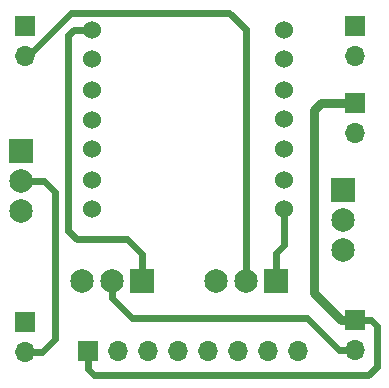
<source format=gbr>
%TF.GenerationSoftware,KiCad,Pcbnew,7.0.10-7.0.10~ubuntu22.04.1*%
%TF.CreationDate,2024-04-18T16:44:08+05:30*%
%TF.ProjectId,EspXiao-FC,45737058-6961-46f2-9d46-432e6b696361,rev?*%
%TF.SameCoordinates,Original*%
%TF.FileFunction,Copper,L2,Bot*%
%TF.FilePolarity,Positive*%
%FSLAX46Y46*%
G04 Gerber Fmt 4.6, Leading zero omitted, Abs format (unit mm)*
G04 Created by KiCad (PCBNEW 7.0.10-7.0.10~ubuntu22.04.1) date 2024-04-18 16:44:08*
%MOMM*%
%LPD*%
G01*
G04 APERTURE LIST*
%TA.AperFunction,ComponentPad*%
%ADD10R,1.700000X1.700000*%
%TD*%
%TA.AperFunction,ComponentPad*%
%ADD11O,1.700000X1.700000*%
%TD*%
%TA.AperFunction,ComponentPad*%
%ADD12R,1.995000X1.995000*%
%TD*%
%TA.AperFunction,ComponentPad*%
%ADD13C,1.995000*%
%TD*%
%TA.AperFunction,ComponentPad*%
%ADD14C,1.524000*%
%TD*%
%TA.AperFunction,Conductor*%
%ADD15C,0.600000*%
%TD*%
%TA.AperFunction,Conductor*%
%ADD16C,0.800000*%
%TD*%
G04 APERTURE END LIST*
D10*
%TO.P,J3,1,Pin_1*%
%TO.N,VCC*%
X131750000Y-72610000D03*
D11*
%TO.P,J3,2,Pin_2*%
%TO.N,MotorB*%
X131750000Y-75150000D03*
%TD*%
D10*
%TO.P,J2,1,Pin_1*%
%TO.N,VCC*%
X159750000Y-97560000D03*
D11*
%TO.P,J2,2,Pin_2*%
%TO.N,MotorA*%
X159750000Y-100100000D03*
%TD*%
D12*
%TO.P,Q2,1*%
%TO.N,MOTOR_B_PWM*%
X153000000Y-94200000D03*
D13*
%TO.P,Q2,2*%
%TO.N,MotorB*%
X150460000Y-94200000D03*
%TO.P,Q2,3*%
%TO.N,GNDREF*%
X147920000Y-94200000D03*
%TD*%
D10*
%TO.P,J6,1,Pin_1*%
%TO.N,VCC*%
X159700000Y-72610000D03*
D11*
%TO.P,J6,2,Pin_2*%
%TO.N,GNDREF*%
X159700000Y-75150000D03*
%TD*%
D12*
%TO.P,Q3,1*%
%TO.N,MOTOR_C_PWM*%
X131450000Y-83200000D03*
D13*
%TO.P,Q3,2*%
%TO.N,MotorC*%
X131450000Y-85740000D03*
%TO.P,Q3,3*%
%TO.N,GNDREF*%
X131450000Y-88280000D03*
%TD*%
D10*
%TO.P,J4,1,Pin_1*%
%TO.N,VCC*%
X131750000Y-97660000D03*
D11*
%TO.P,J4,2,Pin_2*%
%TO.N,MotorC*%
X131750000Y-100200000D03*
%TD*%
D14*
%TO.P,U1,1,PA02_A0_D0*%
%TO.N,MOTOR_A_PWM*%
X137484000Y-72969250D03*
%TO.P,U1,2,PA4_A1_D1*%
%TO.N,unconnected-(U1-PA4_A1_D1-Pad2)*%
X137484000Y-75469250D03*
%TO.P,U1,3,PA10_A2_D2*%
%TO.N,MOTOR_C_PWM*%
X137484000Y-78069250D03*
%TO.P,U1,4,PA11_A3_D3*%
%TO.N,unconnected-(U1-PA11_A3_D3-Pad4)*%
X137484000Y-80569250D03*
%TO.P,U1,5,PA8_A4_D4_SDA*%
%TO.N,SDA*%
X137484000Y-83069250D03*
%TO.P,U1,6,PA9_A5_D5_SCL*%
%TO.N,SCL*%
X137484000Y-85669250D03*
%TO.P,U1,7,PB08_A6_TX*%
%TO.N,unconnected-(U1-PB08_A6_TX-Pad7)*%
X137484000Y-88169250D03*
%TO.P,U1,8,PB09_D7_RX*%
%TO.N,MOTOR_B_PWM*%
X153684000Y-88149250D03*
%TO.P,U1,9,PA7_A8_D8_SCK*%
%TO.N,MOTOR_D_PWM*%
X153684000Y-85649250D03*
%TO.P,U1,10,PA5_A9_D9_MISO*%
%TO.N,unconnected-(U1-PA5_A9_D9_MISO-Pad10)*%
X153684000Y-83049250D03*
%TO.P,U1,11,PA6_A10_D10_MOSI*%
%TO.N,unconnected-(U1-PA6_A10_D10_MOSI-Pad11)*%
X153684000Y-80549250D03*
%TO.P,U1,12,3V3*%
%TO.N,unconnected-(U1-3V3-Pad12)*%
X153684000Y-78049250D03*
%TO.P,U1,13,GND*%
%TO.N,GNDREF*%
X153684000Y-75449250D03*
%TO.P,U1,14,5V*%
%TO.N,VCC*%
X153684000Y-72949250D03*
%TD*%
D12*
%TO.P,Q4,1*%
%TO.N,MOTOR_D_PWM*%
X158700000Y-86520000D03*
D13*
%TO.P,Q4,2*%
%TO.N,MotorD*%
X158700000Y-89060000D03*
%TO.P,Q4,3*%
%TO.N,GNDREF*%
X158700000Y-91600000D03*
%TD*%
D10*
%TO.P,J5,1,Pin_1*%
%TO.N,VCC*%
X159700000Y-79125000D03*
D11*
%TO.P,J5,2,Pin_2*%
%TO.N,MotorD*%
X159700000Y-81665000D03*
%TD*%
D12*
%TO.P,Q1,1*%
%TO.N,MOTOR_A_PWM*%
X141652500Y-94230000D03*
D13*
%TO.P,Q1,2*%
%TO.N,MotorA*%
X139112500Y-94230000D03*
%TO.P,Q1,3*%
%TO.N,GNDREF*%
X136572500Y-94230000D03*
%TD*%
D10*
%TO.P,J1,1,Pin_1*%
%TO.N,VCC*%
X137090000Y-100150000D03*
D11*
%TO.P,J1,2,Pin_2*%
%TO.N,GNDREF*%
X139630000Y-100150000D03*
%TO.P,J1,3,Pin_3*%
%TO.N,SCL*%
X142170000Y-100150000D03*
%TO.P,J1,4,Pin_4*%
%TO.N,SDA*%
X144710000Y-100150000D03*
%TO.P,J1,5,Pin_5*%
%TO.N,unconnected-(J1-Pin_5-Pad5)*%
X147250000Y-100150000D03*
%TO.P,J1,6,Pin_6*%
%TO.N,unconnected-(J1-Pin_6-Pad6)*%
X149790000Y-100150000D03*
%TO.P,J1,7,Pin_7*%
%TO.N,unconnected-(J1-Pin_7-Pad7)*%
X152330000Y-100150000D03*
%TO.P,J1,8,Pin_8*%
%TO.N,unconnected-(J1-Pin_8-Pad8)*%
X154870000Y-100150000D03*
%TD*%
D15*
%TO.N,MotorA*%
X140821822Y-97350000D02*
X155650000Y-97350000D01*
X155650000Y-97350000D02*
X158400000Y-100100000D01*
X139112500Y-95640678D02*
X140821822Y-97350000D01*
X139112500Y-94230000D02*
X139112500Y-95640678D01*
X158400000Y-100100000D02*
X159750000Y-100100000D01*
%TO.N,MOTOR_A_PWM*%
X141652500Y-91952500D02*
X140400000Y-90700000D01*
X135450000Y-73419250D02*
X135900000Y-72969250D01*
X136200000Y-90700000D02*
X135450000Y-89950000D01*
X135450000Y-89950000D02*
X135450000Y-73419250D01*
X135900000Y-72969250D02*
X137484000Y-72969250D01*
X141652500Y-94230000D02*
X141652500Y-91952500D01*
X140400000Y-90700000D02*
X136200000Y-90700000D01*
%TO.N,MOTOR_B_PWM*%
X153000000Y-91850000D02*
X153684000Y-91166000D01*
X153000000Y-94200000D02*
X153000000Y-91850000D01*
X153684000Y-91166000D02*
X153684000Y-88149250D01*
%TO.N,VCC*%
X161550000Y-98050000D02*
X161060000Y-97560000D01*
X161060000Y-97560000D02*
X159750000Y-97560000D01*
D16*
X156875000Y-79125000D02*
X156250000Y-79750000D01*
X158560000Y-97560000D02*
X159750000Y-97560000D01*
X156250000Y-79750000D02*
X156250000Y-95250000D01*
D15*
X137090000Y-101690000D02*
X137600000Y-102200000D01*
D16*
X159700000Y-79125000D02*
X156875000Y-79125000D01*
D15*
X137090000Y-100150000D02*
X137090000Y-101690000D01*
X160850000Y-102200000D02*
X161550000Y-101500000D01*
X161550000Y-101500000D02*
X161550000Y-98050000D01*
D16*
X156250000Y-95250000D02*
X158560000Y-97560000D01*
D15*
X137600000Y-102200000D02*
X160850000Y-102200000D01*
%TO.N,MotorB*%
X132050000Y-75150000D02*
X135700000Y-71500000D01*
X131750000Y-75150000D02*
X132050000Y-75150000D01*
X135700000Y-71500000D02*
X149050000Y-71500000D01*
X149050000Y-71500000D02*
X150460000Y-72910000D01*
X150460000Y-72910000D02*
X150460000Y-94200000D01*
%TO.N,MotorC*%
X131450000Y-85740000D02*
X133390000Y-85740000D01*
X134300000Y-86650000D02*
X134300000Y-99100000D01*
X133200000Y-100200000D02*
X131750000Y-100200000D01*
X133390000Y-85740000D02*
X134300000Y-86650000D01*
X134300000Y-99100000D02*
X133200000Y-100200000D01*
%TD*%
M02*

</source>
